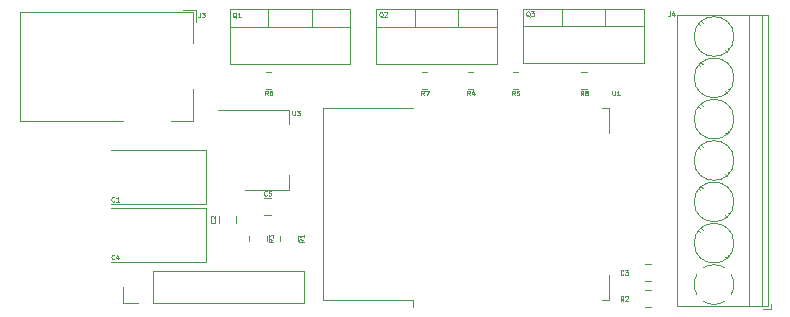
<source format=gbr>
%TF.GenerationSoftware,KiCad,Pcbnew,7.0.6*%
%TF.CreationDate,2024-04-30T22:33:33+02:00*%
%TF.ProjectId,MatchboxV2_HC,4d617463-6862-46f7-9856-325f48432e6b,rev?*%
%TF.SameCoordinates,Original*%
%TF.FileFunction,Legend,Top*%
%TF.FilePolarity,Positive*%
%FSLAX46Y46*%
G04 Gerber Fmt 4.6, Leading zero omitted, Abs format (unit mm)*
G04 Created by KiCad (PCBNEW 7.0.6) date 2024-04-30 22:33:33*
%MOMM*%
%LPD*%
G01*
G04 APERTURE LIST*
%ADD10C,0.100000*%
%ADD11C,0.075000*%
%ADD12C,0.120000*%
G04 APERTURE END LIST*
D10*
X147961904Y-79762942D02*
X147923809Y-79743895D01*
X147923809Y-79743895D02*
X147885714Y-79705800D01*
X147885714Y-79705800D02*
X147828571Y-79648657D01*
X147828571Y-79648657D02*
X147790476Y-79629609D01*
X147790476Y-79629609D02*
X147752380Y-79629609D01*
X147771428Y-79724847D02*
X147733333Y-79705800D01*
X147733333Y-79705800D02*
X147695238Y-79667704D01*
X147695238Y-79667704D02*
X147676190Y-79591514D01*
X147676190Y-79591514D02*
X147676190Y-79458180D01*
X147676190Y-79458180D02*
X147695238Y-79381990D01*
X147695238Y-79381990D02*
X147733333Y-79343895D01*
X147733333Y-79343895D02*
X147771428Y-79324847D01*
X147771428Y-79324847D02*
X147847619Y-79324847D01*
X147847619Y-79324847D02*
X147885714Y-79343895D01*
X147885714Y-79343895D02*
X147923809Y-79381990D01*
X147923809Y-79381990D02*
X147942857Y-79458180D01*
X147942857Y-79458180D02*
X147942857Y-79591514D01*
X147942857Y-79591514D02*
X147923809Y-79667704D01*
X147923809Y-79667704D02*
X147885714Y-79705800D01*
X147885714Y-79705800D02*
X147847619Y-79724847D01*
X147847619Y-79724847D02*
X147771428Y-79724847D01*
X148095238Y-79362942D02*
X148114286Y-79343895D01*
X148114286Y-79343895D02*
X148152381Y-79324847D01*
X148152381Y-79324847D02*
X148247619Y-79324847D01*
X148247619Y-79324847D02*
X148285714Y-79343895D01*
X148285714Y-79343895D02*
X148304762Y-79362942D01*
X148304762Y-79362942D02*
X148323809Y-79401038D01*
X148323809Y-79401038D02*
X148323809Y-79439133D01*
X148323809Y-79439133D02*
X148304762Y-79496276D01*
X148304762Y-79496276D02*
X148076190Y-79724847D01*
X148076190Y-79724847D02*
X148323809Y-79724847D01*
X168333333Y-101541752D02*
X168314285Y-101560800D01*
X168314285Y-101560800D02*
X168257143Y-101579847D01*
X168257143Y-101579847D02*
X168219047Y-101579847D01*
X168219047Y-101579847D02*
X168161904Y-101560800D01*
X168161904Y-101560800D02*
X168123809Y-101522704D01*
X168123809Y-101522704D02*
X168104762Y-101484609D01*
X168104762Y-101484609D02*
X168085714Y-101408419D01*
X168085714Y-101408419D02*
X168085714Y-101351276D01*
X168085714Y-101351276D02*
X168104762Y-101275085D01*
X168104762Y-101275085D02*
X168123809Y-101236990D01*
X168123809Y-101236990D02*
X168161904Y-101198895D01*
X168161904Y-101198895D02*
X168219047Y-101179847D01*
X168219047Y-101179847D02*
X168257143Y-101179847D01*
X168257143Y-101179847D02*
X168314285Y-101198895D01*
X168314285Y-101198895D02*
X168333333Y-101217942D01*
X168466666Y-101179847D02*
X168714285Y-101179847D01*
X168714285Y-101179847D02*
X168580952Y-101332228D01*
X168580952Y-101332228D02*
X168638095Y-101332228D01*
X168638095Y-101332228D02*
X168676190Y-101351276D01*
X168676190Y-101351276D02*
X168695238Y-101370323D01*
X168695238Y-101370323D02*
X168714285Y-101408419D01*
X168714285Y-101408419D02*
X168714285Y-101503657D01*
X168714285Y-101503657D02*
X168695238Y-101541752D01*
X168695238Y-101541752D02*
X168676190Y-101560800D01*
X168676190Y-101560800D02*
X168638095Y-101579847D01*
X168638095Y-101579847D02*
X168523809Y-101579847D01*
X168523809Y-101579847D02*
X168485714Y-101560800D01*
X168485714Y-101560800D02*
X168466666Y-101541752D01*
X141279847Y-98566666D02*
X141089371Y-98699999D01*
X141279847Y-98795237D02*
X140879847Y-98795237D01*
X140879847Y-98795237D02*
X140879847Y-98642856D01*
X140879847Y-98642856D02*
X140898895Y-98604761D01*
X140898895Y-98604761D02*
X140917942Y-98585714D01*
X140917942Y-98585714D02*
X140956038Y-98566666D01*
X140956038Y-98566666D02*
X141013180Y-98566666D01*
X141013180Y-98566666D02*
X141051276Y-98585714D01*
X141051276Y-98585714D02*
X141070323Y-98604761D01*
X141070323Y-98604761D02*
X141089371Y-98642856D01*
X141089371Y-98642856D02*
X141089371Y-98795237D01*
X141279847Y-98185714D02*
X141279847Y-98414285D01*
X141279847Y-98299999D02*
X140879847Y-98299999D01*
X140879847Y-98299999D02*
X140936990Y-98338095D01*
X140936990Y-98338095D02*
X140975085Y-98376190D01*
X140975085Y-98376190D02*
X140994133Y-98414285D01*
X133741752Y-96966666D02*
X133760800Y-96985714D01*
X133760800Y-96985714D02*
X133779847Y-97042856D01*
X133779847Y-97042856D02*
X133779847Y-97080952D01*
X133779847Y-97080952D02*
X133760800Y-97138095D01*
X133760800Y-97138095D02*
X133722704Y-97176190D01*
X133722704Y-97176190D02*
X133684609Y-97195237D01*
X133684609Y-97195237D02*
X133608419Y-97214285D01*
X133608419Y-97214285D02*
X133551276Y-97214285D01*
X133551276Y-97214285D02*
X133475085Y-97195237D01*
X133475085Y-97195237D02*
X133436990Y-97176190D01*
X133436990Y-97176190D02*
X133398895Y-97138095D01*
X133398895Y-97138095D02*
X133379847Y-97080952D01*
X133379847Y-97080952D02*
X133379847Y-97042856D01*
X133379847Y-97042856D02*
X133398895Y-96985714D01*
X133398895Y-96985714D02*
X133417942Y-96966666D01*
X133417942Y-96814285D02*
X133398895Y-96795237D01*
X133398895Y-96795237D02*
X133379847Y-96757142D01*
X133379847Y-96757142D02*
X133379847Y-96661904D01*
X133379847Y-96661904D02*
X133398895Y-96623809D01*
X133398895Y-96623809D02*
X133417942Y-96604761D01*
X133417942Y-96604761D02*
X133456038Y-96585714D01*
X133456038Y-96585714D02*
X133494133Y-96585714D01*
X133494133Y-96585714D02*
X133551276Y-96604761D01*
X133551276Y-96604761D02*
X133779847Y-96833333D01*
X133779847Y-96833333D02*
X133779847Y-96585714D01*
X151433333Y-86379847D02*
X151300000Y-86189371D01*
X151204762Y-86379847D02*
X151204762Y-85979847D01*
X151204762Y-85979847D02*
X151357143Y-85979847D01*
X151357143Y-85979847D02*
X151395238Y-85998895D01*
X151395238Y-85998895D02*
X151414285Y-86017942D01*
X151414285Y-86017942D02*
X151433333Y-86056038D01*
X151433333Y-86056038D02*
X151433333Y-86113180D01*
X151433333Y-86113180D02*
X151414285Y-86151276D01*
X151414285Y-86151276D02*
X151395238Y-86170323D01*
X151395238Y-86170323D02*
X151357143Y-86189371D01*
X151357143Y-86189371D02*
X151204762Y-86189371D01*
X151566666Y-85979847D02*
X151833333Y-85979847D01*
X151833333Y-85979847D02*
X151661904Y-86379847D01*
D11*
X125233333Y-95343052D02*
X125214285Y-95362100D01*
X125214285Y-95362100D02*
X125157143Y-95381147D01*
X125157143Y-95381147D02*
X125119047Y-95381147D01*
X125119047Y-95381147D02*
X125061904Y-95362100D01*
X125061904Y-95362100D02*
X125023809Y-95324004D01*
X125023809Y-95324004D02*
X125004762Y-95285909D01*
X125004762Y-95285909D02*
X124985714Y-95209719D01*
X124985714Y-95209719D02*
X124985714Y-95152576D01*
X124985714Y-95152576D02*
X125004762Y-95076385D01*
X125004762Y-95076385D02*
X125023809Y-95038290D01*
X125023809Y-95038290D02*
X125061904Y-95000195D01*
X125061904Y-95000195D02*
X125119047Y-94981147D01*
X125119047Y-94981147D02*
X125157143Y-94981147D01*
X125157143Y-94981147D02*
X125214285Y-95000195D01*
X125214285Y-95000195D02*
X125233333Y-95019242D01*
X125614285Y-95381147D02*
X125385714Y-95381147D01*
X125500000Y-95381147D02*
X125500000Y-94981147D01*
X125500000Y-94981147D02*
X125461904Y-95038290D01*
X125461904Y-95038290D02*
X125423809Y-95076385D01*
X125423809Y-95076385D02*
X125385714Y-95095433D01*
D10*
X172266666Y-79279847D02*
X172266666Y-79565561D01*
X172266666Y-79565561D02*
X172247619Y-79622704D01*
X172247619Y-79622704D02*
X172209523Y-79660800D01*
X172209523Y-79660800D02*
X172152381Y-79679847D01*
X172152381Y-79679847D02*
X172114285Y-79679847D01*
X172628571Y-79413180D02*
X172628571Y-79679847D01*
X172533333Y-79260800D02*
X172438095Y-79546514D01*
X172438095Y-79546514D02*
X172685714Y-79546514D01*
X135561904Y-79817942D02*
X135523809Y-79798895D01*
X135523809Y-79798895D02*
X135485714Y-79760800D01*
X135485714Y-79760800D02*
X135428571Y-79703657D01*
X135428571Y-79703657D02*
X135390476Y-79684609D01*
X135390476Y-79684609D02*
X135352380Y-79684609D01*
X135371428Y-79779847D02*
X135333333Y-79760800D01*
X135333333Y-79760800D02*
X135295238Y-79722704D01*
X135295238Y-79722704D02*
X135276190Y-79646514D01*
X135276190Y-79646514D02*
X135276190Y-79513180D01*
X135276190Y-79513180D02*
X135295238Y-79436990D01*
X135295238Y-79436990D02*
X135333333Y-79398895D01*
X135333333Y-79398895D02*
X135371428Y-79379847D01*
X135371428Y-79379847D02*
X135447619Y-79379847D01*
X135447619Y-79379847D02*
X135485714Y-79398895D01*
X135485714Y-79398895D02*
X135523809Y-79436990D01*
X135523809Y-79436990D02*
X135542857Y-79513180D01*
X135542857Y-79513180D02*
X135542857Y-79646514D01*
X135542857Y-79646514D02*
X135523809Y-79722704D01*
X135523809Y-79722704D02*
X135485714Y-79760800D01*
X135485714Y-79760800D02*
X135447619Y-79779847D01*
X135447619Y-79779847D02*
X135371428Y-79779847D01*
X135923809Y-79779847D02*
X135695238Y-79779847D01*
X135809524Y-79779847D02*
X135809524Y-79379847D01*
X135809524Y-79379847D02*
X135771428Y-79436990D01*
X135771428Y-79436990D02*
X135733333Y-79475085D01*
X135733333Y-79475085D02*
X135695238Y-79494133D01*
X132466666Y-79379847D02*
X132466666Y-79665561D01*
X132466666Y-79665561D02*
X132447619Y-79722704D01*
X132447619Y-79722704D02*
X132409523Y-79760800D01*
X132409523Y-79760800D02*
X132352381Y-79779847D01*
X132352381Y-79779847D02*
X132314285Y-79779847D01*
X132619047Y-79379847D02*
X132866666Y-79379847D01*
X132866666Y-79379847D02*
X132733333Y-79532228D01*
X132733333Y-79532228D02*
X132790476Y-79532228D01*
X132790476Y-79532228D02*
X132828571Y-79551276D01*
X132828571Y-79551276D02*
X132847619Y-79570323D01*
X132847619Y-79570323D02*
X132866666Y-79608419D01*
X132866666Y-79608419D02*
X132866666Y-79703657D01*
X132866666Y-79703657D02*
X132847619Y-79741752D01*
X132847619Y-79741752D02*
X132828571Y-79760800D01*
X132828571Y-79760800D02*
X132790476Y-79779847D01*
X132790476Y-79779847D02*
X132676190Y-79779847D01*
X132676190Y-79779847D02*
X132638095Y-79760800D01*
X132638095Y-79760800D02*
X132619047Y-79741752D01*
X155333333Y-86379847D02*
X155200000Y-86189371D01*
X155104762Y-86379847D02*
X155104762Y-85979847D01*
X155104762Y-85979847D02*
X155257143Y-85979847D01*
X155257143Y-85979847D02*
X155295238Y-85998895D01*
X155295238Y-85998895D02*
X155314285Y-86017942D01*
X155314285Y-86017942D02*
X155333333Y-86056038D01*
X155333333Y-86056038D02*
X155333333Y-86113180D01*
X155333333Y-86113180D02*
X155314285Y-86151276D01*
X155314285Y-86151276D02*
X155295238Y-86170323D01*
X155295238Y-86170323D02*
X155257143Y-86189371D01*
X155257143Y-86189371D02*
X155104762Y-86189371D01*
X155676190Y-86113180D02*
X155676190Y-86379847D01*
X155580952Y-85960800D02*
X155485714Y-86246514D01*
X155485714Y-86246514D02*
X155733333Y-86246514D01*
X168333333Y-103779847D02*
X168200000Y-103589371D01*
X168104762Y-103779847D02*
X168104762Y-103379847D01*
X168104762Y-103379847D02*
X168257143Y-103379847D01*
X168257143Y-103379847D02*
X168295238Y-103398895D01*
X168295238Y-103398895D02*
X168314285Y-103417942D01*
X168314285Y-103417942D02*
X168333333Y-103456038D01*
X168333333Y-103456038D02*
X168333333Y-103513180D01*
X168333333Y-103513180D02*
X168314285Y-103551276D01*
X168314285Y-103551276D02*
X168295238Y-103570323D01*
X168295238Y-103570323D02*
X168257143Y-103589371D01*
X168257143Y-103589371D02*
X168104762Y-103589371D01*
X168485714Y-103417942D02*
X168504762Y-103398895D01*
X168504762Y-103398895D02*
X168542857Y-103379847D01*
X168542857Y-103379847D02*
X168638095Y-103379847D01*
X168638095Y-103379847D02*
X168676190Y-103398895D01*
X168676190Y-103398895D02*
X168695238Y-103417942D01*
X168695238Y-103417942D02*
X168714285Y-103456038D01*
X168714285Y-103456038D02*
X168714285Y-103494133D01*
X168714285Y-103494133D02*
X168695238Y-103551276D01*
X168695238Y-103551276D02*
X168466666Y-103779847D01*
X168466666Y-103779847D02*
X168714285Y-103779847D01*
X125233333Y-100241752D02*
X125214285Y-100260800D01*
X125214285Y-100260800D02*
X125157143Y-100279847D01*
X125157143Y-100279847D02*
X125119047Y-100279847D01*
X125119047Y-100279847D02*
X125061904Y-100260800D01*
X125061904Y-100260800D02*
X125023809Y-100222704D01*
X125023809Y-100222704D02*
X125004762Y-100184609D01*
X125004762Y-100184609D02*
X124985714Y-100108419D01*
X124985714Y-100108419D02*
X124985714Y-100051276D01*
X124985714Y-100051276D02*
X125004762Y-99975085D01*
X125004762Y-99975085D02*
X125023809Y-99936990D01*
X125023809Y-99936990D02*
X125061904Y-99898895D01*
X125061904Y-99898895D02*
X125119047Y-99879847D01*
X125119047Y-99879847D02*
X125157143Y-99879847D01*
X125157143Y-99879847D02*
X125214285Y-99898895D01*
X125214285Y-99898895D02*
X125233333Y-99917942D01*
X125576190Y-100013180D02*
X125576190Y-100279847D01*
X125480952Y-99860800D02*
X125385714Y-100146514D01*
X125385714Y-100146514D02*
X125633333Y-100146514D01*
X138133333Y-94841752D02*
X138114285Y-94860800D01*
X138114285Y-94860800D02*
X138057143Y-94879847D01*
X138057143Y-94879847D02*
X138019047Y-94879847D01*
X138019047Y-94879847D02*
X137961904Y-94860800D01*
X137961904Y-94860800D02*
X137923809Y-94822704D01*
X137923809Y-94822704D02*
X137904762Y-94784609D01*
X137904762Y-94784609D02*
X137885714Y-94708419D01*
X137885714Y-94708419D02*
X137885714Y-94651276D01*
X137885714Y-94651276D02*
X137904762Y-94575085D01*
X137904762Y-94575085D02*
X137923809Y-94536990D01*
X137923809Y-94536990D02*
X137961904Y-94498895D01*
X137961904Y-94498895D02*
X138019047Y-94479847D01*
X138019047Y-94479847D02*
X138057143Y-94479847D01*
X138057143Y-94479847D02*
X138114285Y-94498895D01*
X138114285Y-94498895D02*
X138133333Y-94517942D01*
X138495238Y-94479847D02*
X138304762Y-94479847D01*
X138304762Y-94479847D02*
X138285714Y-94670323D01*
X138285714Y-94670323D02*
X138304762Y-94651276D01*
X138304762Y-94651276D02*
X138342857Y-94632228D01*
X138342857Y-94632228D02*
X138438095Y-94632228D01*
X138438095Y-94632228D02*
X138476190Y-94651276D01*
X138476190Y-94651276D02*
X138495238Y-94670323D01*
X138495238Y-94670323D02*
X138514285Y-94708419D01*
X138514285Y-94708419D02*
X138514285Y-94803657D01*
X138514285Y-94803657D02*
X138495238Y-94841752D01*
X138495238Y-94841752D02*
X138476190Y-94860800D01*
X138476190Y-94860800D02*
X138438095Y-94879847D01*
X138438095Y-94879847D02*
X138342857Y-94879847D01*
X138342857Y-94879847D02*
X138304762Y-94860800D01*
X138304762Y-94860800D02*
X138285714Y-94841752D01*
X164933333Y-86379847D02*
X164800000Y-86189371D01*
X164704762Y-86379847D02*
X164704762Y-85979847D01*
X164704762Y-85979847D02*
X164857143Y-85979847D01*
X164857143Y-85979847D02*
X164895238Y-85998895D01*
X164895238Y-85998895D02*
X164914285Y-86017942D01*
X164914285Y-86017942D02*
X164933333Y-86056038D01*
X164933333Y-86056038D02*
X164933333Y-86113180D01*
X164933333Y-86113180D02*
X164914285Y-86151276D01*
X164914285Y-86151276D02*
X164895238Y-86170323D01*
X164895238Y-86170323D02*
X164857143Y-86189371D01*
X164857143Y-86189371D02*
X164704762Y-86189371D01*
X165161904Y-86151276D02*
X165123809Y-86132228D01*
X165123809Y-86132228D02*
X165104762Y-86113180D01*
X165104762Y-86113180D02*
X165085714Y-86075085D01*
X165085714Y-86075085D02*
X165085714Y-86056038D01*
X165085714Y-86056038D02*
X165104762Y-86017942D01*
X165104762Y-86017942D02*
X165123809Y-85998895D01*
X165123809Y-85998895D02*
X165161904Y-85979847D01*
X165161904Y-85979847D02*
X165238095Y-85979847D01*
X165238095Y-85979847D02*
X165276190Y-85998895D01*
X165276190Y-85998895D02*
X165295238Y-86017942D01*
X165295238Y-86017942D02*
X165314285Y-86056038D01*
X165314285Y-86056038D02*
X165314285Y-86075085D01*
X165314285Y-86075085D02*
X165295238Y-86113180D01*
X165295238Y-86113180D02*
X165276190Y-86132228D01*
X165276190Y-86132228D02*
X165238095Y-86151276D01*
X165238095Y-86151276D02*
X165161904Y-86151276D01*
X165161904Y-86151276D02*
X165123809Y-86170323D01*
X165123809Y-86170323D02*
X165104762Y-86189371D01*
X165104762Y-86189371D02*
X165085714Y-86227466D01*
X165085714Y-86227466D02*
X165085714Y-86303657D01*
X165085714Y-86303657D02*
X165104762Y-86341752D01*
X165104762Y-86341752D02*
X165123809Y-86360800D01*
X165123809Y-86360800D02*
X165161904Y-86379847D01*
X165161904Y-86379847D02*
X165238095Y-86379847D01*
X165238095Y-86379847D02*
X165276190Y-86360800D01*
X165276190Y-86360800D02*
X165295238Y-86341752D01*
X165295238Y-86341752D02*
X165314285Y-86303657D01*
X165314285Y-86303657D02*
X165314285Y-86227466D01*
X165314285Y-86227466D02*
X165295238Y-86189371D01*
X165295238Y-86189371D02*
X165276190Y-86170323D01*
X165276190Y-86170323D02*
X165238095Y-86151276D01*
X167395238Y-85979847D02*
X167395238Y-86303657D01*
X167395238Y-86303657D02*
X167414285Y-86341752D01*
X167414285Y-86341752D02*
X167433333Y-86360800D01*
X167433333Y-86360800D02*
X167471428Y-86379847D01*
X167471428Y-86379847D02*
X167547619Y-86379847D01*
X167547619Y-86379847D02*
X167585714Y-86360800D01*
X167585714Y-86360800D02*
X167604761Y-86341752D01*
X167604761Y-86341752D02*
X167623809Y-86303657D01*
X167623809Y-86303657D02*
X167623809Y-85979847D01*
X168023809Y-86379847D02*
X167795238Y-86379847D01*
X167909524Y-86379847D02*
X167909524Y-85979847D01*
X167909524Y-85979847D02*
X167871428Y-86036990D01*
X167871428Y-86036990D02*
X167833333Y-86075085D01*
X167833333Y-86075085D02*
X167795238Y-86094133D01*
X159133333Y-86379847D02*
X159000000Y-86189371D01*
X158904762Y-86379847D02*
X158904762Y-85979847D01*
X158904762Y-85979847D02*
X159057143Y-85979847D01*
X159057143Y-85979847D02*
X159095238Y-85998895D01*
X159095238Y-85998895D02*
X159114285Y-86017942D01*
X159114285Y-86017942D02*
X159133333Y-86056038D01*
X159133333Y-86056038D02*
X159133333Y-86113180D01*
X159133333Y-86113180D02*
X159114285Y-86151276D01*
X159114285Y-86151276D02*
X159095238Y-86170323D01*
X159095238Y-86170323D02*
X159057143Y-86189371D01*
X159057143Y-86189371D02*
X158904762Y-86189371D01*
X159495238Y-85979847D02*
X159304762Y-85979847D01*
X159304762Y-85979847D02*
X159285714Y-86170323D01*
X159285714Y-86170323D02*
X159304762Y-86151276D01*
X159304762Y-86151276D02*
X159342857Y-86132228D01*
X159342857Y-86132228D02*
X159438095Y-86132228D01*
X159438095Y-86132228D02*
X159476190Y-86151276D01*
X159476190Y-86151276D02*
X159495238Y-86170323D01*
X159495238Y-86170323D02*
X159514285Y-86208419D01*
X159514285Y-86208419D02*
X159514285Y-86303657D01*
X159514285Y-86303657D02*
X159495238Y-86341752D01*
X159495238Y-86341752D02*
X159476190Y-86360800D01*
X159476190Y-86360800D02*
X159438095Y-86379847D01*
X159438095Y-86379847D02*
X159342857Y-86379847D01*
X159342857Y-86379847D02*
X159304762Y-86360800D01*
X159304762Y-86360800D02*
X159285714Y-86341752D01*
X140295238Y-87679847D02*
X140295238Y-88003657D01*
X140295238Y-88003657D02*
X140314285Y-88041752D01*
X140314285Y-88041752D02*
X140333333Y-88060800D01*
X140333333Y-88060800D02*
X140371428Y-88079847D01*
X140371428Y-88079847D02*
X140447619Y-88079847D01*
X140447619Y-88079847D02*
X140485714Y-88060800D01*
X140485714Y-88060800D02*
X140504761Y-88041752D01*
X140504761Y-88041752D02*
X140523809Y-88003657D01*
X140523809Y-88003657D02*
X140523809Y-87679847D01*
X140676190Y-87679847D02*
X140923809Y-87679847D01*
X140923809Y-87679847D02*
X140790476Y-87832228D01*
X140790476Y-87832228D02*
X140847619Y-87832228D01*
X140847619Y-87832228D02*
X140885714Y-87851276D01*
X140885714Y-87851276D02*
X140904762Y-87870323D01*
X140904762Y-87870323D02*
X140923809Y-87908419D01*
X140923809Y-87908419D02*
X140923809Y-88003657D01*
X140923809Y-88003657D02*
X140904762Y-88041752D01*
X140904762Y-88041752D02*
X140885714Y-88060800D01*
X140885714Y-88060800D02*
X140847619Y-88079847D01*
X140847619Y-88079847D02*
X140733333Y-88079847D01*
X140733333Y-88079847D02*
X140695238Y-88060800D01*
X140695238Y-88060800D02*
X140676190Y-88041752D01*
X138679847Y-98566666D02*
X138489371Y-98699999D01*
X138679847Y-98795237D02*
X138279847Y-98795237D01*
X138279847Y-98795237D02*
X138279847Y-98642856D01*
X138279847Y-98642856D02*
X138298895Y-98604761D01*
X138298895Y-98604761D02*
X138317942Y-98585714D01*
X138317942Y-98585714D02*
X138356038Y-98566666D01*
X138356038Y-98566666D02*
X138413180Y-98566666D01*
X138413180Y-98566666D02*
X138451276Y-98585714D01*
X138451276Y-98585714D02*
X138470323Y-98604761D01*
X138470323Y-98604761D02*
X138489371Y-98642856D01*
X138489371Y-98642856D02*
X138489371Y-98795237D01*
X138279847Y-98433333D02*
X138279847Y-98185714D01*
X138279847Y-98185714D02*
X138432228Y-98319047D01*
X138432228Y-98319047D02*
X138432228Y-98261904D01*
X138432228Y-98261904D02*
X138451276Y-98223809D01*
X138451276Y-98223809D02*
X138470323Y-98204761D01*
X138470323Y-98204761D02*
X138508419Y-98185714D01*
X138508419Y-98185714D02*
X138603657Y-98185714D01*
X138603657Y-98185714D02*
X138641752Y-98204761D01*
X138641752Y-98204761D02*
X138660800Y-98223809D01*
X138660800Y-98223809D02*
X138679847Y-98261904D01*
X138679847Y-98261904D02*
X138679847Y-98376190D01*
X138679847Y-98376190D02*
X138660800Y-98414285D01*
X138660800Y-98414285D02*
X138641752Y-98433333D01*
X160401904Y-79717942D02*
X160363809Y-79698895D01*
X160363809Y-79698895D02*
X160325714Y-79660800D01*
X160325714Y-79660800D02*
X160268571Y-79603657D01*
X160268571Y-79603657D02*
X160230476Y-79584609D01*
X160230476Y-79584609D02*
X160192380Y-79584609D01*
X160211428Y-79679847D02*
X160173333Y-79660800D01*
X160173333Y-79660800D02*
X160135238Y-79622704D01*
X160135238Y-79622704D02*
X160116190Y-79546514D01*
X160116190Y-79546514D02*
X160116190Y-79413180D01*
X160116190Y-79413180D02*
X160135238Y-79336990D01*
X160135238Y-79336990D02*
X160173333Y-79298895D01*
X160173333Y-79298895D02*
X160211428Y-79279847D01*
X160211428Y-79279847D02*
X160287619Y-79279847D01*
X160287619Y-79279847D02*
X160325714Y-79298895D01*
X160325714Y-79298895D02*
X160363809Y-79336990D01*
X160363809Y-79336990D02*
X160382857Y-79413180D01*
X160382857Y-79413180D02*
X160382857Y-79546514D01*
X160382857Y-79546514D02*
X160363809Y-79622704D01*
X160363809Y-79622704D02*
X160325714Y-79660800D01*
X160325714Y-79660800D02*
X160287619Y-79679847D01*
X160287619Y-79679847D02*
X160211428Y-79679847D01*
X160516190Y-79279847D02*
X160763809Y-79279847D01*
X160763809Y-79279847D02*
X160630476Y-79432228D01*
X160630476Y-79432228D02*
X160687619Y-79432228D01*
X160687619Y-79432228D02*
X160725714Y-79451276D01*
X160725714Y-79451276D02*
X160744762Y-79470323D01*
X160744762Y-79470323D02*
X160763809Y-79508419D01*
X160763809Y-79508419D02*
X160763809Y-79603657D01*
X160763809Y-79603657D02*
X160744762Y-79641752D01*
X160744762Y-79641752D02*
X160725714Y-79660800D01*
X160725714Y-79660800D02*
X160687619Y-79679847D01*
X160687619Y-79679847D02*
X160573333Y-79679847D01*
X160573333Y-79679847D02*
X160535238Y-79660800D01*
X160535238Y-79660800D02*
X160516190Y-79641752D01*
X138233333Y-86379847D02*
X138100000Y-86189371D01*
X138004762Y-86379847D02*
X138004762Y-85979847D01*
X138004762Y-85979847D02*
X138157143Y-85979847D01*
X138157143Y-85979847D02*
X138195238Y-85998895D01*
X138195238Y-85998895D02*
X138214285Y-86017942D01*
X138214285Y-86017942D02*
X138233333Y-86056038D01*
X138233333Y-86056038D02*
X138233333Y-86113180D01*
X138233333Y-86113180D02*
X138214285Y-86151276D01*
X138214285Y-86151276D02*
X138195238Y-86170323D01*
X138195238Y-86170323D02*
X138157143Y-86189371D01*
X138157143Y-86189371D02*
X138004762Y-86189371D01*
X138576190Y-85979847D02*
X138500000Y-85979847D01*
X138500000Y-85979847D02*
X138461904Y-85998895D01*
X138461904Y-85998895D02*
X138442857Y-86017942D01*
X138442857Y-86017942D02*
X138404762Y-86075085D01*
X138404762Y-86075085D02*
X138385714Y-86151276D01*
X138385714Y-86151276D02*
X138385714Y-86303657D01*
X138385714Y-86303657D02*
X138404762Y-86341752D01*
X138404762Y-86341752D02*
X138423809Y-86360800D01*
X138423809Y-86360800D02*
X138461904Y-86379847D01*
X138461904Y-86379847D02*
X138538095Y-86379847D01*
X138538095Y-86379847D02*
X138576190Y-86360800D01*
X138576190Y-86360800D02*
X138595238Y-86341752D01*
X138595238Y-86341752D02*
X138614285Y-86303657D01*
X138614285Y-86303657D02*
X138614285Y-86208419D01*
X138614285Y-86208419D02*
X138595238Y-86170323D01*
X138595238Y-86170323D02*
X138576190Y-86151276D01*
X138576190Y-86151276D02*
X138538095Y-86132228D01*
X138538095Y-86132228D02*
X138461904Y-86132228D01*
X138461904Y-86132228D02*
X138423809Y-86151276D01*
X138423809Y-86151276D02*
X138404762Y-86170323D01*
X138404762Y-86170323D02*
X138385714Y-86208419D01*
D12*
%TO.C,Q2*%
X147380000Y-79075000D02*
X147380000Y-83716000D01*
X147380000Y-79075000D02*
X157620000Y-79075000D01*
X147380000Y-80585000D02*
X157620000Y-80585000D01*
X147380000Y-83716000D02*
X157620000Y-83716000D01*
X150650000Y-79075000D02*
X150650000Y-80585000D01*
X154351000Y-79075000D02*
X154351000Y-80585000D01*
X157620000Y-79075000D02*
X157620000Y-83716000D01*
%TO.C,C3*%
X170138748Y-100665000D02*
X170661252Y-100665000D01*
X170138748Y-102135000D02*
X170661252Y-102135000D01*
%TO.C,R1*%
X140735000Y-98272936D02*
X140735000Y-98727064D01*
X139265000Y-98272936D02*
X139265000Y-98727064D01*
%TO.C,C2*%
X135535000Y-96638748D02*
X135535000Y-97161252D01*
X134065000Y-96638748D02*
X134065000Y-97161252D01*
%TO.C,R7*%
X151272936Y-84365000D02*
X151727064Y-84365000D01*
X151272936Y-85835000D02*
X151727064Y-85835000D01*
%TO.C,C1*%
X133010000Y-95560000D02*
X133010000Y-91040000D01*
X133010000Y-91040000D02*
X124950000Y-91040000D01*
X124950000Y-95560000D02*
X133010000Y-95560000D01*
%TO.C,J4*%
X180160000Y-104450000D02*
X180800000Y-104450000D01*
X180800000Y-104450000D02*
X180800000Y-104050000D01*
X172840000Y-104210000D02*
X180560000Y-104210000D01*
X172840000Y-104210000D02*
X172840000Y-79590000D01*
X179000000Y-104210000D02*
X179000000Y-79590000D01*
X180100000Y-104210000D02*
X180100000Y-79590000D01*
X180560000Y-104210000D02*
X180560000Y-79590000D01*
X176941000Y-100045000D02*
X177069000Y-100174000D01*
X177181000Y-99875000D02*
X177274000Y-99969000D01*
X174725000Y-97830000D02*
X174819000Y-97924000D01*
X174931000Y-97625000D02*
X175059000Y-97754000D01*
X176941000Y-96545000D02*
X177069000Y-96674000D01*
X177181000Y-96375000D02*
X177274000Y-96469000D01*
X174725000Y-94330000D02*
X174819000Y-94424000D01*
X174931000Y-94125000D02*
X175059000Y-94254000D01*
X176941000Y-93045000D02*
X177069000Y-93174000D01*
X177181000Y-92875000D02*
X177274000Y-92969000D01*
X174725000Y-90830000D02*
X174819000Y-90924000D01*
X174931000Y-90625000D02*
X175059000Y-90754000D01*
X176941000Y-89545000D02*
X177069000Y-89674000D01*
X177181000Y-89375000D02*
X177274000Y-89469000D01*
X174725000Y-87330000D02*
X174819000Y-87424000D01*
X174931000Y-87125000D02*
X175059000Y-87254000D01*
X176941000Y-86045000D02*
X177069000Y-86174000D01*
X177181000Y-85875000D02*
X177274000Y-85969000D01*
X174725000Y-83830000D02*
X174819000Y-83924000D01*
X174931000Y-83625000D02*
X175059000Y-83754000D01*
X176941000Y-82545000D02*
X177069000Y-82674000D01*
X177181000Y-82375000D02*
X177274000Y-82469000D01*
X174725000Y-80330000D02*
X174819000Y-80424000D01*
X174931000Y-80125000D02*
X175059000Y-80254000D01*
X172840000Y-79590000D02*
X180560000Y-79590000D01*
X175134000Y-103840000D02*
G75*
G03*
X176889894Y-103825358I866000J1439998D01*
G01*
X174560000Y-101534000D02*
G75*
G03*
X174574642Y-103289894I1439998J-866000D01*
G01*
X177440000Y-103266000D02*
G75*
G03*
X177680098Y-102371326I-1440014J866003D01*
G01*
X177679999Y-102400000D02*
G75*
G03*
X177424720Y-101509736I-1679989J3D01*
G01*
X176890999Y-100975001D02*
G75*
G03*
X175109808Y-100974497I-890999J-1425002D01*
G01*
X177680000Y-98900000D02*
G75*
G03*
X177680000Y-98900000I-1680000J0D01*
G01*
X177680000Y-95400000D02*
G75*
G03*
X177680000Y-95400000I-1680000J0D01*
G01*
X177680000Y-91900000D02*
G75*
G03*
X177680000Y-91900000I-1680000J0D01*
G01*
X177680000Y-88400000D02*
G75*
G03*
X177680000Y-88400000I-1680000J0D01*
G01*
X177680000Y-84900000D02*
G75*
G03*
X177680000Y-84900000I-1680000J0D01*
G01*
X177680000Y-81400000D02*
G75*
G03*
X177680000Y-81400000I-1680000J0D01*
G01*
%TO.C,Q1*%
X134980000Y-79075000D02*
X134980000Y-83716000D01*
X134980000Y-79075000D02*
X145220000Y-79075000D01*
X134980000Y-80585000D02*
X145220000Y-80585000D01*
X134980000Y-83716000D02*
X145220000Y-83716000D01*
X138250000Y-79075000D02*
X138250000Y-80585000D01*
X141951000Y-79075000D02*
X141951000Y-80585000D01*
X145220000Y-79075000D02*
X145220000Y-83716000D01*
%TO.C,J3*%
X117200000Y-79342500D02*
X131900000Y-79342500D01*
X117200000Y-88542500D02*
X117200000Y-79342500D01*
X126000000Y-88542500D02*
X117200000Y-88542500D01*
X131050000Y-79142500D02*
X132100000Y-79142500D01*
X131900000Y-79342500D02*
X131900000Y-81942500D01*
X131900000Y-85842500D02*
X131900000Y-88542500D01*
X131900000Y-88542500D02*
X130000000Y-88542500D01*
X132100000Y-80192500D02*
X132100000Y-79142500D01*
%TO.C,R4*%
X155627064Y-85835000D02*
X155172936Y-85835000D01*
X155627064Y-84365000D02*
X155172936Y-84365000D01*
%TO.C,R2*%
X170172936Y-102865000D02*
X170627064Y-102865000D01*
X170172936Y-104335000D02*
X170627064Y-104335000D01*
%TO.C,C4*%
X133010000Y-100460000D02*
X133010000Y-95940000D01*
X133010000Y-95940000D02*
X124950000Y-95940000D01*
X124950000Y-100460000D02*
X133010000Y-100460000D01*
%TO.C,C5*%
X137938748Y-95065000D02*
X138461252Y-95065000D01*
X137938748Y-96535000D02*
X138461252Y-96535000D01*
%TO.C,R8*%
X164772936Y-84365000D02*
X165227064Y-84365000D01*
X164772936Y-85835000D02*
X165227064Y-85835000D01*
%TO.C,U1*%
X142880000Y-103720000D02*
X142880000Y-87480000D01*
X150500000Y-103720000D02*
X150500000Y-104330000D01*
X150500000Y-103720000D02*
X142880000Y-103720000D01*
X167120000Y-103720000D02*
X166500000Y-103720000D01*
X167120000Y-101600000D02*
X167120000Y-103720000D01*
X142880000Y-87480000D02*
X150500000Y-87480000D01*
X166500000Y-87480000D02*
X167120000Y-87480000D01*
X167120000Y-87480000D02*
X167120000Y-89600000D01*
%TO.C,J1*%
X125920000Y-103930000D02*
X125920000Y-102600000D01*
X127250000Y-103930000D02*
X125920000Y-103930000D01*
X128520000Y-103930000D02*
X141280000Y-103930000D01*
X128520000Y-103930000D02*
X128520000Y-101270000D01*
X141280000Y-103930000D02*
X141280000Y-101270000D01*
X128520000Y-101270000D02*
X141280000Y-101270000D01*
%TO.C,R5*%
X159427064Y-85835000D02*
X158972936Y-85835000D01*
X159427064Y-84365000D02*
X158972936Y-84365000D01*
%TO.C,U3*%
X134000000Y-87590000D02*
X140010000Y-87590000D01*
X136250000Y-94410000D02*
X140010000Y-94410000D01*
X140010000Y-87590000D02*
X140010000Y-88850000D01*
X140010000Y-94410000D02*
X140010000Y-93150000D01*
%TO.C,R3*%
X136665000Y-98727064D02*
X136665000Y-98272936D01*
X138135000Y-98727064D02*
X138135000Y-98272936D01*
%TO.C,Q3*%
X159820000Y-79030000D02*
X159820000Y-83671000D01*
X159820000Y-79030000D02*
X170060000Y-79030000D01*
X159820000Y-80540000D02*
X170060000Y-80540000D01*
X159820000Y-83671000D02*
X170060000Y-83671000D01*
X163090000Y-79030000D02*
X163090000Y-80540000D01*
X166791000Y-79030000D02*
X166791000Y-80540000D01*
X170060000Y-79030000D02*
X170060000Y-83671000D01*
%TO.C,R6*%
X138072936Y-84365000D02*
X138527064Y-84365000D01*
X138072936Y-85835000D02*
X138527064Y-85835000D01*
%TD*%
M02*

</source>
